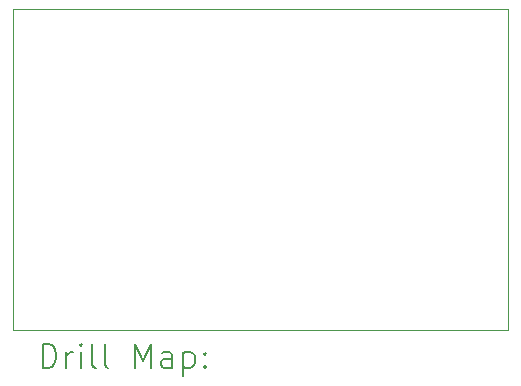
<source format=gbr>
%TF.GenerationSoftware,KiCad,Pcbnew,(6.0.8)*%
%TF.CreationDate,2022-10-25T11:26:18+02:00*%
%TF.ProjectId,MHI-AC-CTRL,4d48492d-4143-42d4-9354-524c2e6b6963,v2.3*%
%TF.SameCoordinates,Original*%
%TF.FileFunction,Drillmap*%
%TF.FilePolarity,Positive*%
%FSLAX45Y45*%
G04 Gerber Fmt 4.5, Leading zero omitted, Abs format (unit mm)*
G04 Created by KiCad (PCBNEW (6.0.8)) date 2022-10-25 11:26:18*
%MOMM*%
%LPD*%
G01*
G04 APERTURE LIST*
%ADD10C,0.100000*%
%ADD11C,0.200000*%
G04 APERTURE END LIST*
D10*
X12115800Y-6426200D02*
X7924800Y-6426200D01*
X7924800Y-3708400D02*
X12115800Y-3708400D01*
X7924800Y-6426200D02*
X7924800Y-3708400D01*
X12115800Y-3708400D02*
X12115800Y-6426200D01*
D11*
X8177419Y-6741676D02*
X8177419Y-6541676D01*
X8225038Y-6541676D01*
X8253609Y-6551200D01*
X8272657Y-6570248D01*
X8282181Y-6589295D01*
X8291705Y-6627390D01*
X8291705Y-6655962D01*
X8282181Y-6694057D01*
X8272657Y-6713105D01*
X8253609Y-6732152D01*
X8225038Y-6741676D01*
X8177419Y-6741676D01*
X8377419Y-6741676D02*
X8377419Y-6608343D01*
X8377419Y-6646438D02*
X8386943Y-6627390D01*
X8396467Y-6617867D01*
X8415514Y-6608343D01*
X8434562Y-6608343D01*
X8501229Y-6741676D02*
X8501229Y-6608343D01*
X8501229Y-6541676D02*
X8491705Y-6551200D01*
X8501229Y-6560724D01*
X8510752Y-6551200D01*
X8501229Y-6541676D01*
X8501229Y-6560724D01*
X8625038Y-6741676D02*
X8605990Y-6732152D01*
X8596467Y-6713105D01*
X8596467Y-6541676D01*
X8729800Y-6741676D02*
X8710752Y-6732152D01*
X8701229Y-6713105D01*
X8701229Y-6541676D01*
X8958371Y-6741676D02*
X8958371Y-6541676D01*
X9025038Y-6684533D01*
X9091705Y-6541676D01*
X9091705Y-6741676D01*
X9272657Y-6741676D02*
X9272657Y-6636914D01*
X9263133Y-6617867D01*
X9244086Y-6608343D01*
X9205990Y-6608343D01*
X9186943Y-6617867D01*
X9272657Y-6732152D02*
X9253610Y-6741676D01*
X9205990Y-6741676D01*
X9186943Y-6732152D01*
X9177419Y-6713105D01*
X9177419Y-6694057D01*
X9186943Y-6675009D01*
X9205990Y-6665486D01*
X9253610Y-6665486D01*
X9272657Y-6655962D01*
X9367895Y-6608343D02*
X9367895Y-6808343D01*
X9367895Y-6617867D02*
X9386943Y-6608343D01*
X9425038Y-6608343D01*
X9444086Y-6617867D01*
X9453610Y-6627390D01*
X9463133Y-6646438D01*
X9463133Y-6703581D01*
X9453610Y-6722628D01*
X9444086Y-6732152D01*
X9425038Y-6741676D01*
X9386943Y-6741676D01*
X9367895Y-6732152D01*
X9548848Y-6722628D02*
X9558371Y-6732152D01*
X9548848Y-6741676D01*
X9539324Y-6732152D01*
X9548848Y-6722628D01*
X9548848Y-6741676D01*
X9548848Y-6617867D02*
X9558371Y-6627390D01*
X9548848Y-6636914D01*
X9539324Y-6627390D01*
X9548848Y-6617867D01*
X9548848Y-6636914D01*
M02*

</source>
